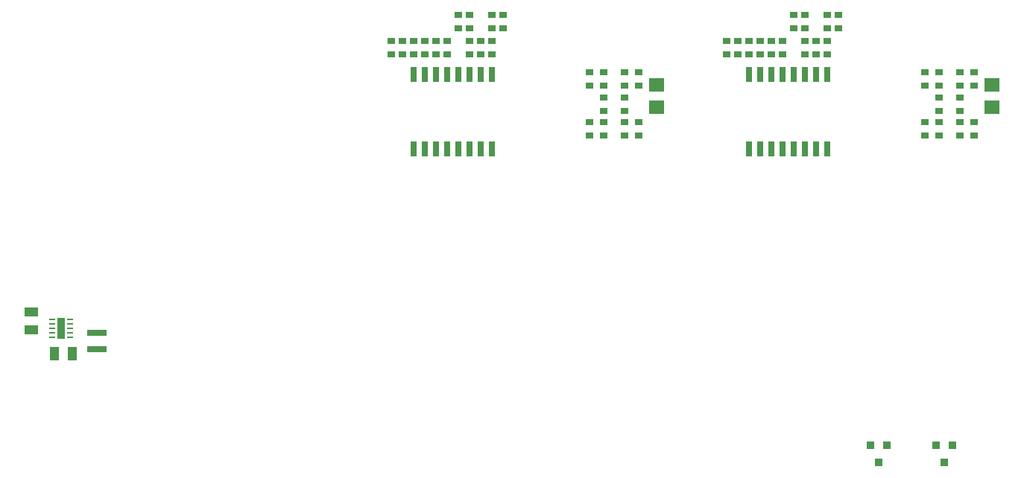
<source format=gbp>
G04*
G04 #@! TF.GenerationSoftware,Altium Limited,Altium Designer,24.5.2 (23)*
G04*
G04 Layer_Color=128*
%FSLAX44Y44*%
%MOMM*%
G71*
G04*
G04 #@! TF.SameCoordinates,44D7EE50-CEF4-4518-91F5-DF1CE1C3C4A8*
G04*
G04*
G04 #@! TF.FilePolarity,Positive*
G04*
G01*
G75*
%ADD42R,0.8890X0.7620*%
%ADD43R,0.7600X1.6700*%
%ADD44R,1.7780X1.5240*%
%ADD45R,1.0160X1.5240*%
%ADD46R,0.7400X0.2700*%
%ADD47R,0.8400X2.4000*%
%ADD48R,1.5240X1.0160*%
%ADD49R,2.2000X0.6500*%
%ADD50R,0.8200X0.9200*%
D42*
X1060730Y707108D02*
D03*
Y722348D02*
D03*
X1048030Y751955D02*
D03*
Y736715D02*
D03*
X1009930Y707108D02*
D03*
Y722348D02*
D03*
X590830Y706854D02*
D03*
Y722094D02*
D03*
X603530Y706854D02*
D03*
Y722094D02*
D03*
X856288Y642874D02*
D03*
Y658114D02*
D03*
X832412D02*
D03*
Y642874D02*
D03*
X1073430Y707108D02*
D03*
Y722348D02*
D03*
X1098830Y751955D02*
D03*
Y736715D02*
D03*
X1213412Y614934D02*
D03*
Y630174D02*
D03*
X1086130Y736715D02*
D03*
Y751955D02*
D03*
X1237288Y630174D02*
D03*
Y614934D02*
D03*
X1086130Y707108D02*
D03*
Y722348D02*
D03*
X1253250Y671068D02*
D03*
Y686308D02*
D03*
X1060692Y736715D02*
D03*
Y751955D02*
D03*
X971830Y706854D02*
D03*
Y722094D02*
D03*
X984530Y706854D02*
D03*
Y722094D02*
D03*
X1035330Y707108D02*
D03*
Y722348D02*
D03*
X1197450Y614934D02*
D03*
Y630174D02*
D03*
X1237288Y671068D02*
D03*
Y686308D02*
D03*
X997230Y706854D02*
D03*
Y722094D02*
D03*
X1253250Y614934D02*
D03*
Y630174D02*
D03*
X1022630Y706854D02*
D03*
Y722094D02*
D03*
X1197450Y671068D02*
D03*
Y686308D02*
D03*
X1213412Y642874D02*
D03*
Y658114D02*
D03*
Y671068D02*
D03*
Y686308D02*
D03*
X1237288Y642874D02*
D03*
Y658114D02*
D03*
X667030Y751955D02*
D03*
Y736715D02*
D03*
X654330Y707108D02*
D03*
Y722348D02*
D03*
X641630Y706854D02*
D03*
Y722094D02*
D03*
X616230Y706854D02*
D03*
Y722094D02*
D03*
X628930Y722348D02*
D03*
Y707108D02*
D03*
X692430D02*
D03*
Y722348D02*
D03*
X679730Y707108D02*
D03*
Y722348D02*
D03*
X679692Y736715D02*
D03*
Y751955D02*
D03*
X705130Y707108D02*
D03*
Y722348D02*
D03*
Y736715D02*
D03*
Y751955D02*
D03*
X717830D02*
D03*
Y736715D02*
D03*
X872250Y614934D02*
D03*
Y630174D02*
D03*
X856288Y671068D02*
D03*
Y686308D02*
D03*
X872250Y671068D02*
D03*
Y686308D02*
D03*
X832412Y614934D02*
D03*
Y630174D02*
D03*
X856288D02*
D03*
Y614934D02*
D03*
X816450Y686308D02*
D03*
X832412D02*
D03*
X816450Y671068D02*
D03*
X832412D02*
D03*
X816450Y614934D02*
D03*
Y630174D02*
D03*
D43*
X997230Y599158D02*
D03*
X1009930Y599158D02*
D03*
X1022630Y599158D02*
D03*
X1035330D02*
D03*
X1048030D02*
D03*
X1060730D02*
D03*
X1073430Y599158D02*
D03*
X1086130Y599158D02*
D03*
Y684458D02*
D03*
X1073430Y684458D02*
D03*
X1060730Y684458D02*
D03*
X1048030D02*
D03*
X1035330D02*
D03*
X1022630D02*
D03*
X1009930Y684458D02*
D03*
X997230Y684458D02*
D03*
X616230Y599158D02*
D03*
X628930Y599158D02*
D03*
X641630Y599158D02*
D03*
X654330D02*
D03*
X667030D02*
D03*
X679730D02*
D03*
X692430Y599158D02*
D03*
X705130Y599158D02*
D03*
Y684458D02*
D03*
X692430Y684458D02*
D03*
X679730Y684458D02*
D03*
X667030D02*
D03*
X654330D02*
D03*
X641630D02*
D03*
X628930Y684458D02*
D03*
X616230Y684458D02*
D03*
D44*
X1273730Y671830D02*
D03*
Y646430D02*
D03*
X892730Y671830D02*
D03*
Y646430D02*
D03*
D45*
X208515Y366406D02*
D03*
X228835Y366406D02*
D03*
D46*
X205931Y385450D02*
D03*
Y390450D02*
D03*
Y395450D02*
D03*
Y400450D02*
D03*
Y405450D02*
D03*
X225831D02*
D03*
X225831Y400450D02*
D03*
X225831Y395450D02*
D03*
Y390450D02*
D03*
Y385450D02*
D03*
D47*
X215881Y395450D02*
D03*
D48*
X181890Y413818D02*
D03*
X181890Y393498D02*
D03*
D49*
X256566Y390472D02*
D03*
Y371472D02*
D03*
D50*
X1228980Y262730D02*
D03*
X1209980D02*
D03*
X1219480Y242730D02*
D03*
X1154050Y262730D02*
D03*
X1135050D02*
D03*
X1144550Y242730D02*
D03*
M02*

</source>
